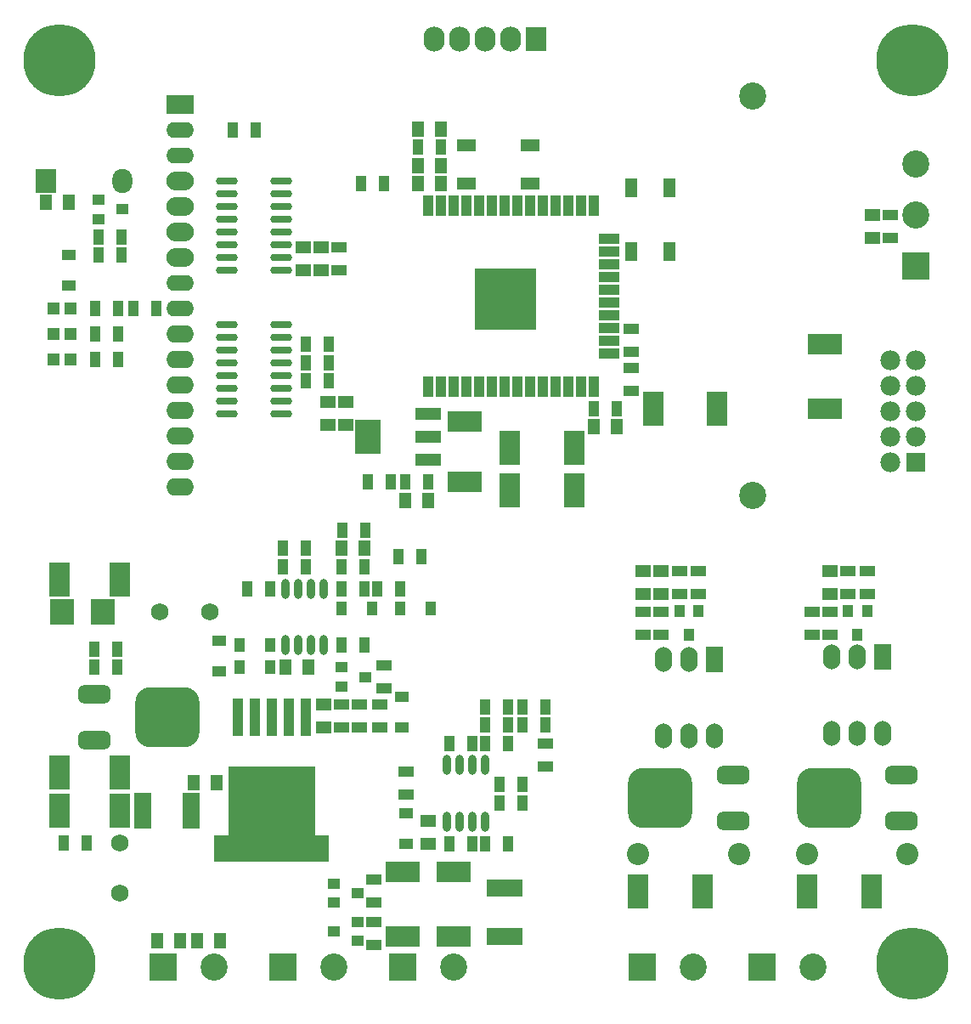
<source format=gbs>
G04*
G04 #@! TF.GenerationSoftware,Altium Limited,Altium Designer,18.0.7 (293)*
G04*
G04 Layer_Color=16711935*
%FSLAX25Y25*%
%MOIN*%
G70*
G01*
G75*
%ADD10R,0.09800X0.09855*%
%ADD11R,0.07887X0.13792*%
%ADD12R,0.05894X0.04331*%
%ADD13R,0.04540X0.04343*%
%ADD14R,0.13792X0.07887*%
%ADD15R,0.06300X0.04737*%
%ADD16R,0.14300X0.06800*%
%ADD17R,0.04331X0.05894*%
%ADD18R,0.06800X0.14300*%
%ADD19R,0.04737X0.06300*%
%ADD20R,0.05524X0.04343*%
%ADD21R,0.05524X0.04343*%
%ADD22O,0.08674X0.02965*%
%ADD23R,0.10249X0.13792*%
%ADD24R,0.10249X0.04737*%
%ADD25R,0.04737X0.07493*%
%ADD26R,0.07493X0.04737*%
%ADD27R,0.24422X0.24422*%
%ADD28R,0.03950X0.07887*%
%ADD29R,0.07887X0.03950*%
%ADD30R,0.05131X0.04737*%
%ADD31R,0.04343X0.05524*%
%ADD32R,0.04343X0.05524*%
%ADD33O,0.03162X0.07887*%
G04:AMPARAMS|DCode=34|XSize=70.99mil|YSize=126.11mil|CornerRadius=19.75mil|HoleSize=0mil|Usage=FLASHONLY|Rotation=90.000|XOffset=0mil|YOffset=0mil|HoleType=Round|Shape=RoundedRectangle|*
%AMROUNDEDRECTD34*
21,1,0.07099,0.08661,0,0,90.0*
21,1,0.03150,0.12611,0,0,90.0*
1,1,0.03950,0.04331,0.01575*
1,1,0.03950,0.04331,-0.01575*
1,1,0.03950,-0.04331,-0.01575*
1,1,0.03950,-0.04331,0.01575*
%
%ADD34ROUNDEDRECTD34*%
G04:AMPARAMS|DCode=35|XSize=236.35mil|YSize=252.1mil|CornerRadius=61.09mil|HoleSize=0mil|Usage=FLASHONLY|Rotation=90.000|XOffset=0mil|YOffset=0mil|HoleType=Round|Shape=RoundedRectangle|*
%AMROUNDEDRECTD35*
21,1,0.23635,0.12992,0,0,90.0*
21,1,0.11417,0.25210,0,0,90.0*
1,1,0.12217,0.06496,0.05709*
1,1,0.12217,0.06496,-0.05709*
1,1,0.12217,-0.06496,-0.05709*
1,1,0.12217,-0.06496,0.05709*
%
%ADD35ROUNDEDRECTD35*%
%ADD36R,0.04343X0.04540*%
%ADD37R,0.34265X0.28359*%
%ADD38R,0.04343X0.14895*%
%ADD39O,0.07887X0.09461*%
%ADD40R,0.07887X0.09461*%
%ADD41O,0.08300X0.09800*%
%ADD42R,0.08300X0.09800*%
%ADD43C,0.28359*%
%ADD44C,0.05800*%
%ADD45C,0.10642*%
%ADD46R,0.10642X0.10642*%
%ADD47O,0.06706X0.09855*%
%ADD48R,0.06706X0.09855*%
%ADD49O,0.10800X0.06800*%
%ADD50O,0.10800X0.06300*%
%ADD51O,0.10800X0.07300*%
%ADD52R,0.10800X0.07300*%
%ADD53C,0.06800*%
%ADD54C,0.07800*%
%ADD55R,0.07800X0.07800*%
%ADD56R,0.10642X0.10642*%
%ADD57C,0.08674*%
G36*
X86004Y69792D02*
D01*
D02*
G37*
G36*
X125445Y69787D02*
Y59598D01*
X80563D01*
Y69787D01*
X125445D01*
D02*
G37*
D10*
X20642Y157480D02*
D03*
X36642D02*
D03*
D11*
X19685Y170275D02*
D03*
X43307D02*
D03*
X196446Y205150D02*
D03*
X221643D02*
D03*
X196446Y221831D02*
D03*
X221643D02*
D03*
X252671Y237335D02*
D03*
X277868D02*
D03*
X19685Y79724D02*
D03*
X43307D02*
D03*
X19685Y94488D02*
D03*
X43307D02*
D03*
X338310Y47927D02*
D03*
X313113D02*
D03*
X272108D02*
D03*
X246911D02*
D03*
D12*
X142971Y36024D02*
D03*
Y27024D02*
D03*
Y43504D02*
D03*
Y52504D02*
D03*
X345774Y304381D02*
D03*
Y313381D02*
D03*
X244005Y268504D02*
D03*
Y259504D02*
D03*
Y253218D02*
D03*
Y244218D02*
D03*
X129567Y291693D02*
D03*
Y300693D02*
D03*
X147008Y127543D02*
D03*
Y136543D02*
D03*
X130484Y121220D02*
D03*
Y112220D02*
D03*
X137571Y112221D02*
D03*
Y121221D02*
D03*
X145346Y112150D02*
D03*
Y121150D02*
D03*
X336648Y164437D02*
D03*
Y173437D02*
D03*
X329168Y164437D02*
D03*
Y173437D02*
D03*
X322081Y148465D02*
D03*
Y157465D02*
D03*
X314994Y157464D02*
D03*
Y148464D02*
D03*
X270446Y164437D02*
D03*
Y173437D02*
D03*
X262966Y164437D02*
D03*
Y173437D02*
D03*
X255879Y148465D02*
D03*
Y157465D02*
D03*
X248792D02*
D03*
Y148465D02*
D03*
X210357Y106102D02*
D03*
Y97102D02*
D03*
X155873Y94871D02*
D03*
Y85871D02*
D03*
D13*
X136774Y28543D02*
D03*
X127326Y32283D02*
D03*
X136774Y36024D02*
D03*
X127326Y50984D02*
D03*
X136774Y47244D02*
D03*
X127326Y43504D02*
D03*
X35079Y319213D02*
D03*
X44528Y315472D02*
D03*
X35079Y311732D02*
D03*
X130472Y128347D02*
D03*
X139921Y132087D02*
D03*
X130472Y135827D02*
D03*
D14*
X320026Y237335D02*
D03*
Y262531D02*
D03*
X178651Y208642D02*
D03*
Y232264D02*
D03*
X154332Y30315D02*
D03*
Y55512D02*
D03*
X174332D02*
D03*
Y30315D02*
D03*
D15*
X338687Y313381D02*
D03*
Y304381D02*
D03*
X115393Y291693D02*
D03*
Y300693D02*
D03*
X122480Y291693D02*
D03*
Y300693D02*
D03*
X125108Y239886D02*
D03*
Y230886D02*
D03*
X132194Y239886D02*
D03*
Y230886D02*
D03*
X248792Y173437D02*
D03*
Y164437D02*
D03*
X255879Y173437D02*
D03*
Y164437D02*
D03*
X322081Y173437D02*
D03*
Y164437D02*
D03*
X123398Y121221D02*
D03*
Y112221D02*
D03*
X164534Y66536D02*
D03*
Y75536D02*
D03*
D16*
X194332Y30315D02*
D03*
Y49315D02*
D03*
D17*
X125405Y248327D02*
D03*
X116405D02*
D03*
X125405Y255413D02*
D03*
X116405D02*
D03*
X125405Y262500D02*
D03*
X116405D02*
D03*
X30463Y66929D02*
D03*
X21463D02*
D03*
X146944Y325658D02*
D03*
X137944D02*
D03*
X48661Y276496D02*
D03*
X57661D02*
D03*
X96880Y346496D02*
D03*
X87880D02*
D03*
X229478Y237335D02*
D03*
X238478D02*
D03*
X44079Y297559D02*
D03*
X35079D02*
D03*
X44079Y304646D02*
D03*
X35079D02*
D03*
X42925Y276496D02*
D03*
X33925D02*
D03*
X42925Y266496D02*
D03*
X33925D02*
D03*
X42925Y256496D02*
D03*
X33925D02*
D03*
X164478Y208642D02*
D03*
X155478D02*
D03*
X149856D02*
D03*
X140856D02*
D03*
X160478Y339831D02*
D03*
X169478D02*
D03*
X152797Y179267D02*
D03*
X161797D02*
D03*
X130820Y189567D02*
D03*
X139820D02*
D03*
X195621Y120276D02*
D03*
X186621D02*
D03*
X195621Y113189D02*
D03*
X186621D02*
D03*
X210357D02*
D03*
X201357D02*
D03*
X172621Y106102D02*
D03*
X181621D02*
D03*
X186621D02*
D03*
X195621D02*
D03*
X42508Y142913D02*
D03*
X33508D02*
D03*
X130472Y144488D02*
D03*
X139472D02*
D03*
X42507Y135827D02*
D03*
X33507D02*
D03*
X139472Y175394D02*
D03*
X130472D02*
D03*
X107416Y182480D02*
D03*
X116416D02*
D03*
X107416Y175394D02*
D03*
X116416D02*
D03*
X139472Y166732D02*
D03*
X130472D02*
D03*
X93311D02*
D03*
X102311D02*
D03*
X153578D02*
D03*
X144578D02*
D03*
X210357Y120276D02*
D03*
X201357D02*
D03*
X192357Y82612D02*
D03*
X201357D02*
D03*
X192357Y90026D02*
D03*
X201357D02*
D03*
X172621Y66536D02*
D03*
X181621D02*
D03*
X186621D02*
D03*
X195621D02*
D03*
D18*
X52508Y79724D02*
D03*
X71508D02*
D03*
D19*
X81539Y90742D02*
D03*
X72539D02*
D03*
X23528Y318234D02*
D03*
X14527D02*
D03*
X160478Y332744D02*
D03*
X169478D02*
D03*
X160478Y325658D02*
D03*
X169478D02*
D03*
X155478Y201279D02*
D03*
X164478D02*
D03*
X238478Y230248D02*
D03*
X229478D02*
D03*
X160478Y346917D02*
D03*
X169478D02*
D03*
X130472Y182480D02*
D03*
X139472D02*
D03*
X117397Y135827D02*
D03*
X108397D02*
D03*
X82694Y28543D02*
D03*
X73694D02*
D03*
X66946D02*
D03*
X57946D02*
D03*
D20*
X23528Y297559D02*
D03*
X154008Y112150D02*
D03*
X82437Y134158D02*
D03*
X155873Y78535D02*
D03*
D21*
X23528Y285559D02*
D03*
X154008Y124150D02*
D03*
X82437Y146158D02*
D03*
X155873Y66536D02*
D03*
D22*
X106732Y326693D02*
D03*
Y321693D02*
D03*
Y316693D02*
D03*
Y311693D02*
D03*
Y306693D02*
D03*
Y301693D02*
D03*
Y296693D02*
D03*
Y291693D02*
D03*
X85472Y326693D02*
D03*
Y321693D02*
D03*
Y316693D02*
D03*
Y311693D02*
D03*
Y306693D02*
D03*
Y301693D02*
D03*
Y296693D02*
D03*
Y291693D02*
D03*
Y235413D02*
D03*
Y240413D02*
D03*
Y245413D02*
D03*
Y250413D02*
D03*
Y255413D02*
D03*
Y260413D02*
D03*
Y265413D02*
D03*
Y270413D02*
D03*
X106732Y235413D02*
D03*
Y240413D02*
D03*
Y245413D02*
D03*
Y250413D02*
D03*
Y255413D02*
D03*
Y260413D02*
D03*
Y265413D02*
D03*
Y270413D02*
D03*
D23*
X140856Y226358D02*
D03*
D24*
X164478Y217303D02*
D03*
Y226358D02*
D03*
Y235413D02*
D03*
D25*
X244005Y323807D02*
D03*
X258966D02*
D03*
Y299004D02*
D03*
X244005D02*
D03*
D26*
X179478Y325658D02*
D03*
Y340618D02*
D03*
X204281D02*
D03*
Y325658D02*
D03*
D27*
X194927Y280382D02*
D03*
D28*
X164478Y245996D02*
D03*
X169478D02*
D03*
X174478D02*
D03*
X179478D02*
D03*
X184478D02*
D03*
X189478D02*
D03*
X194478D02*
D03*
X199478D02*
D03*
X204478D02*
D03*
X209478D02*
D03*
X214478D02*
D03*
X219478D02*
D03*
X224478D02*
D03*
X229478D02*
D03*
Y316996D02*
D03*
X224478D02*
D03*
X219478D02*
D03*
X214478D02*
D03*
X209478D02*
D03*
X204478D02*
D03*
X199478D02*
D03*
X194478D02*
D03*
X189478D02*
D03*
X184478D02*
D03*
X179478D02*
D03*
X174478D02*
D03*
X169478D02*
D03*
X164478D02*
D03*
D29*
X235344Y259004D02*
D03*
Y264004D02*
D03*
Y269004D02*
D03*
Y274004D02*
D03*
Y279004D02*
D03*
Y284004D02*
D03*
Y289004D02*
D03*
Y294004D02*
D03*
Y299004D02*
D03*
Y304004D02*
D03*
D30*
X17559Y276496D02*
D03*
X24252D02*
D03*
X17559Y266496D02*
D03*
X24252D02*
D03*
X17559Y256496D02*
D03*
X24252D02*
D03*
D31*
X153578Y159037D02*
D03*
X90311Y135827D02*
D03*
Y144488D02*
D03*
X142472Y159037D02*
D03*
D32*
X165578D02*
D03*
X102311Y135827D02*
D03*
Y144488D02*
D03*
X130472Y159037D02*
D03*
D33*
X123398Y144488D02*
D03*
X118397D02*
D03*
X113398D02*
D03*
X108397D02*
D03*
X123398Y166732D02*
D03*
X118397D02*
D03*
X113398D02*
D03*
X108397D02*
D03*
X186621Y75197D02*
D03*
X181621D02*
D03*
X176621D02*
D03*
X171621D02*
D03*
X186621Y97441D02*
D03*
X181621D02*
D03*
X176621D02*
D03*
X171621D02*
D03*
D34*
X33508Y125142D02*
D03*
Y107142D02*
D03*
X350213Y75646D02*
D03*
Y93646D02*
D03*
X284011Y75646D02*
D03*
Y93646D02*
D03*
D35*
X62008Y116142D02*
D03*
X321713Y84646D02*
D03*
X255511D02*
D03*
D36*
X329168Y157913D02*
D03*
X332908Y148465D02*
D03*
X336648Y157913D02*
D03*
X262966D02*
D03*
X266706Y148465D02*
D03*
X270446Y157913D02*
D03*
D37*
X103004Y82992D02*
D03*
D38*
X89618Y116142D02*
D03*
X96311D02*
D03*
X109697D02*
D03*
X103004D02*
D03*
X116390D02*
D03*
D39*
X44528Y326496D02*
D03*
D40*
X14527D02*
D03*
D41*
X176908Y382121D02*
D03*
X186908D02*
D03*
X196908D02*
D03*
X166908D02*
D03*
D42*
X206908D02*
D03*
D43*
X19685Y374016D02*
D03*
X354331D02*
D03*
X19685Y19685D02*
D03*
X354331D02*
D03*
D44*
X19685Y383858D02*
D03*
X12725Y380976D02*
D03*
X26645D02*
D03*
X12725Y367056D02*
D03*
X26645D02*
D03*
X9842Y374016D02*
D03*
X29528D02*
D03*
X19685Y364173D02*
D03*
X354331Y383858D02*
D03*
X347371Y380976D02*
D03*
X361291D02*
D03*
X347371Y367056D02*
D03*
X361291D02*
D03*
X344488Y374016D02*
D03*
X364173D02*
D03*
X354331Y364173D02*
D03*
X19685Y29528D02*
D03*
X12725Y26645D02*
D03*
X26645D02*
D03*
X12725Y12725D02*
D03*
X26645D02*
D03*
X9842Y19685D02*
D03*
X29528D02*
D03*
X19685Y9842D02*
D03*
X354331Y29528D02*
D03*
X347371Y26645D02*
D03*
X361291D02*
D03*
X347371Y12725D02*
D03*
X361291D02*
D03*
X344488Y19685D02*
D03*
X364173D02*
D03*
X354331Y9842D02*
D03*
D45*
X355616Y333381D02*
D03*
Y313381D02*
D03*
X291732Y203150D02*
D03*
Y359842D02*
D03*
X80319Y18399D02*
D03*
X315350D02*
D03*
X268344D02*
D03*
X127326D02*
D03*
X174332D02*
D03*
D46*
X355616Y293381D02*
D03*
D47*
X332908Y110000D02*
D03*
X342908D02*
D03*
X322908D02*
D03*
Y140000D02*
D03*
X332908D02*
D03*
X266706Y109016D02*
D03*
X276706D02*
D03*
X256706D02*
D03*
Y139016D02*
D03*
X266706D02*
D03*
D48*
X342908Y140000D02*
D03*
X276706Y139016D02*
D03*
D49*
X66929Y246496D02*
D03*
Y266496D02*
D03*
Y256496D02*
D03*
Y236496D02*
D03*
Y226496D02*
D03*
Y206496D02*
D03*
Y216496D02*
D03*
D50*
Y286496D02*
D03*
Y336496D02*
D03*
Y346496D02*
D03*
Y276496D02*
D03*
D51*
Y306496D02*
D03*
Y326496D02*
D03*
Y316496D02*
D03*
Y296496D02*
D03*
D52*
Y356496D02*
D03*
D53*
X59055Y157480D02*
D03*
X78740Y157480D02*
D03*
X43307Y66929D02*
D03*
X43307Y47244D02*
D03*
D54*
X345617Y246175D02*
D03*
X345617Y216175D02*
D03*
X355616Y256175D02*
D03*
X345617Y256175D02*
D03*
X355616Y246175D02*
D03*
X355617Y236175D02*
D03*
X355616Y226175D02*
D03*
X345617Y226175D02*
D03*
X345617Y236175D02*
D03*
D55*
X355617Y216175D02*
D03*
D56*
X60320Y18399D02*
D03*
X295350D02*
D03*
X248344D02*
D03*
X107326D02*
D03*
X154332D02*
D03*
D57*
X313113Y62691D02*
D03*
X352513D02*
D03*
X246911D02*
D03*
X286311D02*
D03*
M02*

</source>
